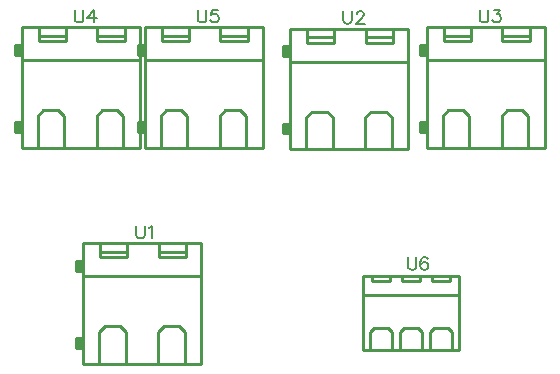
<source format=gto>
G04 Layer: TopSilkscreenLayer*
G04 EasyEDA v6.5.46, 2024-09-12 22:27:14*
G04 Gerber Generator version 0.2*
G04 Scale: 100 percent, Rotated: No, Reflected: No *
G04 Dimensions in millimeters *
G04 leading zeros omitted , absolute positions ,4 integer and 5 decimal *
%FSLAX45Y45*%
%MOMM*%

%ADD10C,0.1524*%
%ADD11C,0.2540*%

%LPD*%
D10*
X1917687Y8230615D02*
G01*
X1917687Y8152637D01*
X1922767Y8137144D01*
X1933181Y8126729D01*
X1948929Y8121650D01*
X1959343Y8121650D01*
X1974837Y8126729D01*
X1985251Y8137144D01*
X1990331Y8152637D01*
X1990331Y8230615D01*
X2024621Y8209787D02*
G01*
X2035035Y8215121D01*
X2050783Y8230615D01*
X2050783Y8121650D01*
X3670287Y10046715D02*
G01*
X3670287Y9968737D01*
X3675367Y9953244D01*
X3685781Y9942829D01*
X3701529Y9937750D01*
X3711943Y9937750D01*
X3727437Y9942829D01*
X3737851Y9953244D01*
X3742931Y9968737D01*
X3742931Y10046715D01*
X3782555Y10020808D02*
G01*
X3782555Y10025887D01*
X3787635Y10036302D01*
X3792969Y10041636D01*
X3803383Y10046715D01*
X3823957Y10046715D01*
X3834371Y10041636D01*
X3839705Y10036302D01*
X3844785Y10025887D01*
X3844785Y10015474D01*
X3839705Y10005060D01*
X3829291Y9989565D01*
X3777221Y9937750D01*
X3850119Y9937750D01*
X4825987Y10059415D02*
G01*
X4825987Y9981437D01*
X4831067Y9965944D01*
X4841481Y9955529D01*
X4857229Y9950450D01*
X4867643Y9950450D01*
X4883137Y9955529D01*
X4893551Y9965944D01*
X4898631Y9981437D01*
X4898631Y10059415D01*
X4943335Y10059415D02*
G01*
X5000485Y10059415D01*
X4969497Y10017760D01*
X4984991Y10017760D01*
X4995405Y10012679D01*
X5000485Y10007600D01*
X5005819Y9991852D01*
X5005819Y9981437D01*
X5000485Y9965944D01*
X4990071Y9955529D01*
X4974577Y9950450D01*
X4959083Y9950450D01*
X4943335Y9955529D01*
X4938255Y9960610D01*
X4932921Y9971024D01*
X1396987Y10059415D02*
G01*
X1396987Y9981437D01*
X1402067Y9965944D01*
X1412481Y9955529D01*
X1428229Y9950450D01*
X1438643Y9950450D01*
X1454137Y9955529D01*
X1464551Y9965944D01*
X1469631Y9981437D01*
X1469631Y10059415D01*
X1555991Y10059415D02*
G01*
X1503921Y9986771D01*
X1581899Y9986771D01*
X1555991Y10059415D02*
G01*
X1555991Y9950450D01*
X2438387Y10059415D02*
G01*
X2438387Y9981437D01*
X2443467Y9965944D01*
X2453881Y9955529D01*
X2469629Y9950450D01*
X2480043Y9950450D01*
X2495537Y9955529D01*
X2505951Y9965944D01*
X2511031Y9981437D01*
X2511031Y10059415D01*
X2607805Y10059415D02*
G01*
X2555735Y10059415D01*
X2550655Y10012679D01*
X2555735Y10017760D01*
X2571483Y10023094D01*
X2586977Y10023094D01*
X2602471Y10017760D01*
X2612885Y10007600D01*
X2618219Y9991852D01*
X2618219Y9981437D01*
X2612885Y9965944D01*
X2602471Y9955529D01*
X2586977Y9950450D01*
X2571483Y9950450D01*
X2555735Y9955529D01*
X2550655Y9960610D01*
X2545321Y9971024D01*
X4216400Y7963915D02*
G01*
X4216400Y7885937D01*
X4221479Y7870444D01*
X4231893Y7860029D01*
X4247641Y7854950D01*
X4258056Y7854950D01*
X4273550Y7860029D01*
X4283963Y7870444D01*
X4289043Y7885937D01*
X4289043Y7963915D01*
X4385818Y7948421D02*
G01*
X4380484Y7958836D01*
X4364990Y7963915D01*
X4354575Y7963915D01*
X4339081Y7958836D01*
X4328668Y7943087D01*
X4323334Y7917179D01*
X4323334Y7891271D01*
X4328668Y7870444D01*
X4339081Y7860029D01*
X4354575Y7854950D01*
X4359909Y7854950D01*
X4375404Y7860029D01*
X4385818Y7870444D01*
X4390897Y7885937D01*
X4390897Y7891271D01*
X4385818Y7906765D01*
X4375404Y7917179D01*
X4359909Y7922260D01*
X4354575Y7922260D01*
X4339081Y7917179D01*
X4328668Y7906765D01*
X4323334Y7891271D01*
G36*
X1468526Y7931912D02*
G01*
X1409700Y7930845D01*
X1409700Y7848600D01*
X1468475Y7848600D01*
G37*
G36*
X1467916Y7278573D02*
G01*
X1409090Y7277455D01*
X1409090Y7195261D01*
X1467916Y7195261D01*
G37*
G36*
X3221075Y9748012D02*
G01*
X3162300Y9746945D01*
X3162300Y9664700D01*
X3221075Y9664700D01*
G37*
G36*
X3220516Y9094673D02*
G01*
X3161690Y9093555D01*
X3161690Y9011361D01*
X3220516Y9011361D01*
G37*
G36*
X4376775Y9760712D02*
G01*
X4318000Y9759645D01*
X4318000Y9677400D01*
X4376775Y9677400D01*
G37*
G36*
X4376216Y9107373D02*
G01*
X4317390Y9106255D01*
X4317390Y9024061D01*
X4376216Y9024061D01*
G37*
G36*
X947826Y9760712D02*
G01*
X889000Y9759645D01*
X889000Y9677400D01*
X947775Y9677400D01*
G37*
G36*
X947216Y9107373D02*
G01*
X888390Y9106255D01*
X888390Y9024061D01*
X947216Y9024061D01*
G37*
G36*
X1989175Y9760712D02*
G01*
X1930400Y9759645D01*
X1930400Y9677400D01*
X1989175Y9677400D01*
G37*
G36*
X1988616Y9107373D02*
G01*
X1929790Y9106255D01*
X1929790Y9024061D01*
X1988616Y9024061D01*
G37*
D11*
X2103498Y7061954D02*
G01*
X2103498Y7331961D01*
X2148456Y7376919D01*
X2278504Y7376919D01*
X2325999Y7329418D01*
X2325999Y7061954D01*
X1603489Y7061962D02*
G01*
X1603489Y7331963D01*
X1648447Y7376921D01*
X1778495Y7376921D01*
X1825993Y7329423D01*
X1825993Y7061962D01*
X1468488Y7930827D02*
G01*
X1409687Y7930827D01*
X1409687Y7848600D01*
X1468488Y7848600D01*
X1468488Y7276475D02*
G01*
X1409687Y7276475D01*
X1409687Y7194247D01*
X1468488Y7194247D01*
X1468488Y8081898D02*
G01*
X2468486Y8081898D01*
X2108365Y8009676D02*
G01*
X2339327Y8009676D01*
X2108365Y8081901D02*
G01*
X2108365Y7962900D01*
X2339327Y7962900D01*
X2339327Y8081901D01*
X1610527Y8009674D02*
G01*
X1841487Y8009674D01*
X1610527Y8081898D02*
G01*
X1610527Y7962900D01*
X1841487Y7962900D01*
X1841487Y8081898D01*
X1468488Y7803268D02*
G01*
X2468486Y7803268D01*
X1468488Y7061898D02*
G01*
X2468486Y7061898D01*
X2468486Y8081898D02*
G01*
X2468486Y7061898D01*
X1468488Y8081898D02*
G01*
X1468488Y7061898D01*
X3856098Y8878054D02*
G01*
X3856098Y9148061D01*
X3901056Y9193019D01*
X4031104Y9193019D01*
X4078599Y9145518D01*
X4078599Y8878054D01*
X3356089Y8878062D02*
G01*
X3356089Y9148063D01*
X3401047Y9193021D01*
X3531095Y9193021D01*
X3578593Y9145524D01*
X3578593Y8878062D01*
X3221088Y9746927D02*
G01*
X3162287Y9746927D01*
X3162287Y9664700D01*
X3221088Y9664700D01*
X3221088Y9092575D02*
G01*
X3162287Y9092575D01*
X3162287Y9010347D01*
X3221088Y9010347D01*
X3221088Y9897999D02*
G01*
X4221086Y9897999D01*
X3860965Y9825776D02*
G01*
X4091927Y9825776D01*
X3860965Y9898001D02*
G01*
X3860965Y9779000D01*
X4091927Y9779000D01*
X4091927Y9898001D01*
X3363127Y9825774D02*
G01*
X3594087Y9825774D01*
X3363127Y9897999D02*
G01*
X3363127Y9779000D01*
X3594087Y9779000D01*
X3594087Y9897999D01*
X3221088Y9619368D02*
G01*
X4221086Y9619368D01*
X3221088Y8877998D02*
G01*
X4221086Y8877998D01*
X4221086Y9897999D02*
G01*
X4221086Y8877998D01*
X3221088Y9897999D02*
G01*
X3221088Y8877998D01*
X5011798Y8890754D02*
G01*
X5011798Y9160761D01*
X5056756Y9205719D01*
X5186804Y9205719D01*
X5234299Y9158218D01*
X5234299Y8890754D01*
X4511789Y8890762D02*
G01*
X4511789Y9160763D01*
X4556747Y9205721D01*
X4686795Y9205721D01*
X4734293Y9158224D01*
X4734293Y8890762D01*
X4376788Y9759627D02*
G01*
X4317987Y9759627D01*
X4317987Y9677400D01*
X4376788Y9677400D01*
X4376788Y9105275D02*
G01*
X4317987Y9105275D01*
X4317987Y9023047D01*
X4376788Y9023047D01*
X4376788Y9910699D02*
G01*
X5376786Y9910699D01*
X5016665Y9838476D02*
G01*
X5247627Y9838476D01*
X5016665Y9910701D02*
G01*
X5016665Y9791700D01*
X5247627Y9791700D01*
X5247627Y9910701D01*
X4518827Y9838474D02*
G01*
X4749787Y9838474D01*
X4518827Y9910699D02*
G01*
X4518827Y9791700D01*
X4749787Y9791700D01*
X4749787Y9910699D01*
X4376788Y9632068D02*
G01*
X5376786Y9632068D01*
X4376788Y8890698D02*
G01*
X5376786Y8890698D01*
X5376786Y9910699D02*
G01*
X5376786Y8890698D01*
X4376788Y9910699D02*
G01*
X4376788Y8890698D01*
X1582798Y8890754D02*
G01*
X1582798Y9160761D01*
X1627756Y9205719D01*
X1757804Y9205719D01*
X1805299Y9158218D01*
X1805299Y8890754D01*
X1082789Y8890762D02*
G01*
X1082789Y9160763D01*
X1127747Y9205721D01*
X1257795Y9205721D01*
X1305293Y9158224D01*
X1305293Y8890762D01*
X947788Y9759627D02*
G01*
X888987Y9759627D01*
X888987Y9677400D01*
X947788Y9677400D01*
X947788Y9105275D02*
G01*
X888987Y9105275D01*
X888987Y9023047D01*
X947788Y9023047D01*
X947788Y9910699D02*
G01*
X1947786Y9910699D01*
X1587665Y9838476D02*
G01*
X1818627Y9838476D01*
X1587665Y9910701D02*
G01*
X1587665Y9791700D01*
X1818627Y9791700D01*
X1818627Y9910701D01*
X1089827Y9838474D02*
G01*
X1320787Y9838474D01*
X1089827Y9910699D02*
G01*
X1089827Y9791700D01*
X1320787Y9791700D01*
X1320787Y9910699D01*
X947788Y9632068D02*
G01*
X1947786Y9632068D01*
X947788Y8890698D02*
G01*
X1947786Y8890698D01*
X1947786Y9910699D02*
G01*
X1947786Y8890698D01*
X947788Y9910699D02*
G01*
X947788Y8890698D01*
X2624198Y8890754D02*
G01*
X2624198Y9160761D01*
X2669156Y9205719D01*
X2799204Y9205719D01*
X2846699Y9158218D01*
X2846699Y8890754D01*
X2124189Y8890762D02*
G01*
X2124189Y9160763D01*
X2169147Y9205721D01*
X2299195Y9205721D01*
X2346693Y9158224D01*
X2346693Y8890762D01*
X1989188Y9759627D02*
G01*
X1930387Y9759627D01*
X1930387Y9677400D01*
X1989188Y9677400D01*
X1989188Y9105275D02*
G01*
X1930387Y9105275D01*
X1930387Y9023047D01*
X1989188Y9023047D01*
X1989188Y9910699D02*
G01*
X2989186Y9910699D01*
X2629065Y9838476D02*
G01*
X2860027Y9838476D01*
X2629065Y9910701D02*
G01*
X2629065Y9791700D01*
X2860027Y9791700D01*
X2860027Y9910701D01*
X2131227Y9838474D02*
G01*
X2362187Y9838474D01*
X2131227Y9910699D02*
G01*
X2131227Y9791700D01*
X2362187Y9791700D01*
X2362187Y9910699D01*
X1989188Y9632068D02*
G01*
X2989186Y9632068D01*
X1989188Y8890698D02*
G01*
X2989186Y8890698D01*
X2989186Y9910699D02*
G01*
X2989186Y8890698D01*
X1989188Y9910699D02*
G01*
X1989188Y8890698D01*
X4404083Y7179055D02*
G01*
X4404083Y7329678D01*
X4437357Y7362952D01*
X4553435Y7362952D01*
X4587471Y7328915D01*
X4587471Y7179055D01*
X4150083Y7179055D02*
G01*
X4150083Y7329678D01*
X4183357Y7362952D01*
X4299435Y7362952D01*
X4333471Y7328915D01*
X4333471Y7179055D01*
X3896083Y7179055D02*
G01*
X3896083Y7329678D01*
X3929357Y7362952D01*
X4045435Y7362952D01*
X4079471Y7328915D01*
X4079471Y7179055D01*
X3910584Y7806944D02*
G01*
X3910584Y7763002D01*
X4065015Y7763002D01*
X4065015Y7806944D01*
X3836799Y7645463D02*
G01*
X4646800Y7645463D01*
X4418329Y7806944D02*
G01*
X4418329Y7763002D01*
X4572761Y7763002D01*
X4572761Y7806944D01*
X4164329Y7806944D02*
G01*
X4164329Y7763002D01*
X4318761Y7763002D01*
X4318761Y7806944D01*
X3836799Y7179000D02*
G01*
X4646800Y7179000D01*
X3836799Y7806999D02*
G01*
X4646800Y7806999D01*
X3836799Y7806999D02*
G01*
X3836799Y7179000D01*
X4646800Y7806999D02*
G01*
X4646800Y7179000D01*
M02*

</source>
